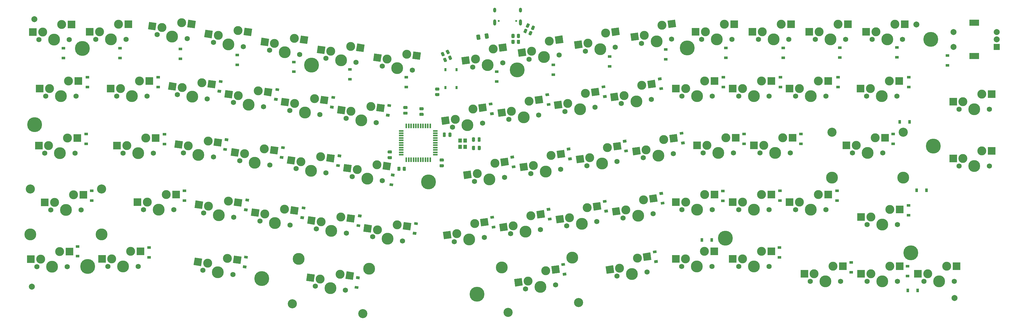
<source format=gbs>
G04 #@! TF.GenerationSoftware,KiCad,Pcbnew,(5.1.9)-1*
G04 #@! TF.CreationDate,2021-06-30T09:07:23+01:00*
G04 #@! TF.ProjectId,Paul-PCB-KICAD,5061756c-2d50-4434-922d-4b494341442e,rev?*
G04 #@! TF.SameCoordinates,Original*
G04 #@! TF.FileFunction,Soldermask,Bot*
G04 #@! TF.FilePolarity,Negative*
%FSLAX46Y46*%
G04 Gerber Fmt 4.6, Leading zero omitted, Abs format (unit mm)*
G04 Created by KiCad (PCBNEW (5.1.9)-1) date 2021-06-30 09:07:23*
%MOMM*%
%LPD*%
G01*
G04 APERTURE LIST*
%ADD10C,2.000000*%
%ADD11R,0.750000X1.000000*%
%ADD12C,3.000000*%
%ADD13C,3.987800*%
%ADD14C,1.750000*%
%ADD15R,2.550000X2.500000*%
%ADD16C,0.100000*%
%ADD17C,3.048000*%
%ADD18C,5.000000*%
%ADD19R,3.200000X2.000000*%
%ADD20R,2.000000X2.000000*%
%ADD21O,1.000000X1.600000*%
%ADD22O,1.000000X2.100000*%
%ADD23C,0.650000*%
%ADD24R,1.200000X1.400000*%
%ADD25R,0.900000X1.200000*%
%ADD26R,1.200000X0.900000*%
%ADD27R,0.550000X1.500000*%
%ADD28R,1.500000X0.550000*%
G04 APERTURE END LIST*
D10*
X296690000Y88250000D03*
X1090000Y90020000D03*
X240000Y290000D03*
X309470000Y-3590000D03*
D11*
X142570000Y67050000D03*
X142570000Y73050000D03*
X138820000Y67050000D03*
X138820000Y73050000D03*
D12*
X244710000Y69227500D03*
D13*
X242170000Y64147500D03*
D12*
X238360000Y66687500D03*
D14*
X237090000Y64147500D03*
X247250000Y64147500D03*
D15*
X235085000Y66687500D03*
X248012000Y69227500D03*
D16*
G36*
X71165587Y84677124D02*
G01*
X71513520Y87152794D01*
X74038703Y86797902D01*
X73690770Y84322232D01*
X71165587Y84677124D01*
G37*
G36*
X58010892Y83960933D02*
G01*
X58358825Y86436603D01*
X60884008Y86081711D01*
X60536075Y83606041D01*
X58010892Y83960933D01*
G37*
D14*
X71140562Y80813001D03*
X61079438Y82226999D03*
D12*
X62690578Y84565530D03*
D13*
X66110000Y81520000D03*
D12*
X69332280Y86197062D03*
X103801313Y23630114D03*
D13*
X100579033Y18953052D03*
D12*
X97159611Y21998582D03*
D14*
X95548471Y19660051D03*
X105609595Y18246053D03*
D16*
G36*
X92479925Y21393985D02*
G01*
X92827858Y23869655D01*
X95353041Y23514763D01*
X95005108Y21039093D01*
X92479925Y21393985D01*
G37*
G36*
X105634620Y22110176D02*
G01*
X105982553Y24585846D01*
X108507736Y24230954D01*
X108159803Y21755284D01*
X105634620Y22110176D01*
G37*
D12*
X289463750Y88297500D03*
D13*
X286923750Y83217500D03*
D12*
X283113750Y85757500D03*
D14*
X281843750Y83217500D03*
X292003750Y83217500D03*
D15*
X279838750Y85757500D03*
X292765750Y88297500D03*
D12*
X125912280Y78247062D03*
D13*
X122690000Y73570000D03*
D12*
X119270578Y76615530D03*
D14*
X117659438Y74276999D03*
X127720562Y72863001D03*
D16*
G36*
X114590892Y76010933D02*
G01*
X114938825Y78486603D01*
X117464008Y78131711D01*
X117116075Y75656041D01*
X114590892Y76010933D01*
G37*
G36*
X127745587Y76727124D02*
G01*
X128093520Y79202794D01*
X130618703Y78847902D01*
X130270770Y76372232D01*
X127745587Y76727124D01*
G37*
D12*
X306790000Y7140000D03*
D13*
X304250000Y2060000D03*
D12*
X300440000Y4600000D03*
D14*
X299170000Y2060000D03*
X309330000Y2060000D03*
D15*
X297165000Y4600000D03*
X310092000Y7140000D03*
D12*
X287760000Y7130000D03*
D13*
X285220000Y2050000D03*
D12*
X281410000Y4590000D03*
D14*
X280140000Y2050000D03*
X290300000Y2050000D03*
D15*
X278135000Y4590000D03*
X291062000Y7130000D03*
D12*
X268730000Y7140000D03*
D13*
X266190000Y2060000D03*
D12*
X262380000Y4600000D03*
D14*
X261110000Y2060000D03*
X271270000Y2060000D03*
D15*
X259105000Y4600000D03*
X272032000Y7140000D03*
D12*
X244720000Y12090000D03*
D13*
X242180000Y7010000D03*
D12*
X238370000Y9550000D03*
D14*
X237100000Y7010000D03*
X247260000Y7010000D03*
D15*
X235095000Y9550000D03*
X248022000Y12090000D03*
D12*
X225650000Y12090000D03*
D13*
X223110000Y7010000D03*
D12*
X219300000Y9550000D03*
D14*
X218030000Y7010000D03*
X228190000Y7010000D03*
D15*
X216025000Y9550000D03*
X228952000Y12090000D03*
D12*
X203143558Y9862189D03*
D13*
X201335276Y4478128D03*
D12*
X197208855Y6463159D03*
D14*
X196304714Y3771129D03*
X206365838Y5185127D03*
D16*
G36*
X192877102Y4592086D02*
G01*
X192529169Y7067756D01*
X195054352Y7422648D01*
X195402285Y4946978D01*
X192877102Y4592086D01*
G37*
G36*
X205324798Y8906458D02*
G01*
X204976865Y11382128D01*
X207502048Y11737020D01*
X207849981Y9261350D01*
X205324798Y8906458D01*
G37*
D12*
X148614642Y21435865D03*
D13*
X146806360Y16051804D03*
D12*
X142679939Y18036835D03*
D14*
X141775798Y15344805D03*
X151836922Y16758803D03*
D16*
G36*
X138348186Y16165762D02*
G01*
X138000253Y18641432D01*
X140525436Y18996324D01*
X140873369Y16520654D01*
X138348186Y16165762D01*
G37*
G36*
X150795882Y20480134D02*
G01*
X150447949Y22955804D01*
X152973132Y23310696D01*
X153321065Y20835026D01*
X150795882Y20480134D01*
G37*
D12*
X318620000Y45820000D03*
D13*
X316080000Y40740000D03*
D12*
X312270000Y43280000D03*
D14*
X311000000Y40740000D03*
X321160000Y40740000D03*
D15*
X308995000Y43280000D03*
X321922000Y45820000D03*
D12*
X287760000Y26180000D03*
D13*
X285220000Y21100000D03*
D12*
X281410000Y23640000D03*
D14*
X280140000Y21100000D03*
X290300000Y21100000D03*
D15*
X278135000Y23640000D03*
X291062000Y26180000D03*
D12*
X263760000Y31127500D03*
D13*
X261220000Y26047500D03*
D12*
X257410000Y28587500D03*
D14*
X256140000Y26047500D03*
X266300000Y26047500D03*
D15*
X254135000Y28587500D03*
X267062000Y31127500D03*
D12*
X244710000Y31127500D03*
D13*
X242170000Y26047500D03*
D12*
X238360000Y28587500D03*
D14*
X237090000Y26047500D03*
X247250000Y26047500D03*
D15*
X235085000Y28587500D03*
X248012000Y31127500D03*
D12*
X225660000Y31127500D03*
D13*
X223120000Y26047500D03*
D12*
X219310000Y28587500D03*
D14*
X218040000Y26047500D03*
X228200000Y26047500D03*
D15*
X216035000Y28587500D03*
X228962000Y31127500D03*
D12*
X205208462Y29389608D03*
D13*
X203400180Y24005547D03*
D12*
X199273759Y25990578D03*
D14*
X198369618Y23298548D03*
X208430742Y24712546D03*
D16*
G36*
X194942006Y24119505D02*
G01*
X194594073Y26595175D01*
X197119256Y26950067D01*
X197467189Y24474397D01*
X194942006Y24119505D01*
G37*
G36*
X207389702Y28433877D02*
G01*
X207041769Y30909547D01*
X209566952Y31264439D01*
X209914885Y28788769D01*
X207389702Y28433877D01*
G37*
D12*
X186343855Y26738360D03*
D13*
X184535573Y21354299D03*
D12*
X180409152Y23339330D03*
D14*
X179505011Y20647300D03*
X189566135Y22061298D03*
D16*
G36*
X176077399Y21468257D02*
G01*
X175729466Y23943927D01*
X178254649Y24298819D01*
X178602582Y21823149D01*
X176077399Y21468257D01*
G37*
G36*
X188525095Y25782629D02*
G01*
X188177162Y28258299D01*
X190702345Y28613191D01*
X191050278Y26137521D01*
X188525095Y25782629D01*
G37*
D12*
X167479249Y24087113D03*
D13*
X165670967Y18703052D03*
D12*
X161544546Y20688083D03*
D14*
X160640405Y17996053D03*
X170701529Y19410051D03*
D16*
G36*
X157212793Y18817010D02*
G01*
X156864860Y21292680D01*
X159390043Y21647572D01*
X159737976Y19171902D01*
X157212793Y18817010D01*
G37*
G36*
X169660489Y23131382D02*
G01*
X169312556Y25607052D01*
X171837739Y25961944D01*
X172185672Y23486274D01*
X169660489Y23131382D01*
G37*
D12*
X122665920Y20978866D03*
D13*
X119443640Y16301804D03*
D12*
X116024218Y19347334D03*
D14*
X114413078Y17008803D03*
X124474202Y15594805D03*
D16*
G36*
X111344532Y18742737D02*
G01*
X111692465Y21218407D01*
X114217648Y20863515D01*
X113869715Y18387845D01*
X111344532Y18742737D01*
G37*
G36*
X124499227Y19458928D02*
G01*
X124847160Y21934598D01*
X127372343Y21579706D01*
X127024410Y19104036D01*
X124499227Y19458928D01*
G37*
D12*
X84936707Y26281361D03*
D13*
X81714427Y21604299D03*
D12*
X78295005Y24649829D03*
D14*
X76683865Y22311298D03*
X86744989Y20897300D03*
D16*
G36*
X73615319Y24045232D02*
G01*
X73963252Y26520902D01*
X76488435Y26166010D01*
X76140502Y23690340D01*
X73615319Y24045232D01*
G37*
G36*
X86770014Y24761423D02*
G01*
X87117947Y27237093D01*
X89643130Y26882201D01*
X89295197Y24406531D01*
X86770014Y24761423D01*
G37*
D12*
X66072100Y28932609D03*
D13*
X62849820Y24255547D03*
D12*
X59430398Y27301077D03*
D14*
X57819258Y24962546D03*
X67880382Y23548548D03*
D16*
G36*
X54750712Y26696480D02*
G01*
X55098645Y29172150D01*
X57623828Y28817258D01*
X57275895Y26341588D01*
X54750712Y26696480D01*
G37*
G36*
X67905407Y27412671D02*
G01*
X68253340Y29888341D01*
X70778523Y29533449D01*
X70430590Y27057779D01*
X67905407Y27412671D01*
G37*
D12*
X45260000Y31120000D03*
D13*
X42720000Y26040000D03*
D12*
X38910000Y28580000D03*
D14*
X37640000Y26040000D03*
X47800000Y26040000D03*
D15*
X35635000Y28580000D03*
X48562000Y31120000D03*
D12*
X318620000Y64840000D03*
D13*
X316080000Y59760000D03*
D12*
X312270000Y62300000D03*
D14*
X311000000Y59760000D03*
X321160000Y59760000D03*
D15*
X308995000Y62300000D03*
X321922000Y64840000D03*
D12*
X251853750Y50177500D03*
D13*
X249313750Y45097500D03*
D12*
X245503750Y47637500D03*
D14*
X244233750Y45097500D03*
X254393750Y45097500D03*
D15*
X242228750Y47637500D03*
X255155750Y50177500D03*
D12*
X232803750Y50177500D03*
D13*
X230263750Y45097500D03*
D12*
X226453750Y47637500D03*
D14*
X225183750Y45097500D03*
X235343750Y45097500D03*
D15*
X223178750Y47637500D03*
X236105750Y50177500D03*
D12*
X211989518Y49579838D03*
D13*
X210181236Y44195777D03*
D12*
X206054815Y46180808D03*
D14*
X205150674Y43488778D03*
X215211798Y44902776D03*
D16*
G36*
X201723062Y44309735D02*
G01*
X201375129Y46785405D01*
X203900312Y47140297D01*
X204248245Y44664627D01*
X201723062Y44309735D01*
G37*
G36*
X214170758Y48624107D02*
G01*
X213822825Y51099777D01*
X216348008Y51454669D01*
X216695941Y48978999D01*
X214170758Y48624107D01*
G37*
D12*
X193124911Y46928591D03*
D13*
X191316629Y41544530D03*
D12*
X187190208Y43529561D03*
D14*
X186286067Y40837531D03*
X196347191Y42251529D03*
D16*
G36*
X182858455Y41658488D02*
G01*
X182510522Y44134158D01*
X185035705Y44489050D01*
X185383638Y42013380D01*
X182858455Y41658488D01*
G37*
G36*
X195306151Y45972860D02*
G01*
X194958218Y48448530D01*
X197483401Y48803422D01*
X197831334Y46327752D01*
X195306151Y45972860D01*
G37*
D12*
X174260304Y44277343D03*
D13*
X172452022Y38893282D03*
D12*
X168325601Y40878313D03*
D14*
X167421460Y38186283D03*
X177482584Y39600281D03*
D16*
G36*
X163993848Y39007240D02*
G01*
X163645915Y41482910D01*
X166171098Y41837802D01*
X166519031Y39362132D01*
X163993848Y39007240D01*
G37*
G36*
X176441544Y43321612D02*
G01*
X176093611Y45797282D01*
X178618794Y46152174D01*
X178966727Y43676504D01*
X176441544Y43321612D01*
G37*
D12*
X155395698Y41626096D03*
D13*
X153587416Y36242035D03*
D12*
X149460995Y38227066D03*
D14*
X148556854Y35535036D03*
X158617978Y36949034D03*
D16*
G36*
X145129242Y36355993D02*
G01*
X144781309Y38831663D01*
X147306492Y39186555D01*
X147654425Y36710885D01*
X145129242Y36355993D01*
G37*
G36*
X157576938Y40670365D02*
G01*
X157229005Y43146035D01*
X159754188Y43500927D01*
X160102121Y41025257D01*
X157576938Y40670365D01*
G37*
D12*
X115884864Y41169097D03*
D13*
X112662584Y36492035D03*
D12*
X109243162Y39537565D03*
D14*
X107632022Y37199034D03*
X117693146Y35785036D03*
D16*
G36*
X104563476Y38932968D02*
G01*
X104911409Y41408638D01*
X107436592Y41053746D01*
X107088659Y38578076D01*
X104563476Y38932968D01*
G37*
G36*
X117718171Y39649159D02*
G01*
X118066104Y42124829D01*
X120591287Y41769937D01*
X120243354Y39294267D01*
X117718171Y39649159D01*
G37*
D12*
X97020258Y43820344D03*
D13*
X93797978Y39143282D03*
D12*
X90378556Y42188812D03*
D14*
X88767416Y39850281D03*
X98828540Y38436283D03*
D16*
G36*
X85698870Y41584215D02*
G01*
X86046803Y44059885D01*
X88571986Y43704993D01*
X88224053Y41229323D01*
X85698870Y41584215D01*
G37*
G36*
X98853565Y42300406D02*
G01*
X99201498Y44776076D01*
X101726681Y44421184D01*
X101378748Y41945514D01*
X98853565Y42300406D01*
G37*
D12*
X78155651Y46471592D03*
D13*
X74933371Y41794530D03*
D12*
X71513949Y44840060D03*
D14*
X69902809Y42501529D03*
X79963933Y41087531D03*
D16*
G36*
X66834263Y44235463D02*
G01*
X67182196Y46711133D01*
X69707379Y46356241D01*
X69359446Y43880571D01*
X66834263Y44235463D01*
G37*
G36*
X79988958Y44951654D02*
G01*
X80336891Y47427324D01*
X82862074Y47072432D01*
X82514141Y44596762D01*
X79988958Y44951654D01*
G37*
D12*
X59291044Y49122839D03*
D13*
X56068764Y44445777D03*
D12*
X52649342Y47491307D03*
D14*
X51038202Y45152776D03*
X61099326Y43738778D03*
D16*
G36*
X47969656Y46886710D02*
G01*
X48317589Y49362380D01*
X50842772Y49007488D01*
X50494839Y46531818D01*
X47969656Y46886710D01*
G37*
G36*
X61124351Y47602901D02*
G01*
X61472284Y50078571D01*
X63997467Y49723679D01*
X63649534Y47248009D01*
X61124351Y47602901D01*
G37*
D12*
X38430000Y50140000D03*
D13*
X35890000Y45060000D03*
D12*
X32080000Y47600000D03*
D14*
X30810000Y45060000D03*
X40970000Y45060000D03*
D15*
X28805000Y47600000D03*
X41732000Y50140000D03*
D12*
X263760000Y69227500D03*
D13*
X261220000Y64147500D03*
D12*
X257410000Y66687500D03*
D14*
X256140000Y64147500D03*
X266300000Y64147500D03*
D15*
X254135000Y66687500D03*
X267062000Y69227500D03*
D12*
X225660000Y69227500D03*
D13*
X223120000Y64147500D03*
D12*
X219310000Y66687500D03*
D14*
X218040000Y64147500D03*
X228200000Y64147500D03*
D15*
X216035000Y66687500D03*
X228962000Y69227500D03*
D12*
X204622119Y67781633D03*
D13*
X202813837Y62397572D03*
D12*
X198687416Y64382603D03*
D14*
X197783275Y61690573D03*
X207844399Y63104571D03*
D16*
G36*
X194355663Y62511530D02*
G01*
X194007730Y64987200D01*
X196532913Y65342092D01*
X196880846Y62866422D01*
X194355663Y62511530D01*
G37*
G36*
X206803359Y66825902D02*
G01*
X206455426Y69301572D01*
X208980609Y69656464D01*
X209328542Y67180794D01*
X206803359Y66825902D01*
G37*
D12*
X185757512Y65130386D03*
D13*
X183949230Y59746325D03*
D12*
X179822809Y61731356D03*
D14*
X178918668Y59039326D03*
X188979792Y60453324D03*
D16*
G36*
X175491056Y59860283D02*
G01*
X175143123Y62335953D01*
X177668306Y62690845D01*
X178016239Y60215175D01*
X175491056Y59860283D01*
G37*
G36*
X187938752Y64174655D02*
G01*
X187590819Y66650325D01*
X190116002Y67005217D01*
X190463935Y64529547D01*
X187938752Y64174655D01*
G37*
D12*
X166892905Y62479138D03*
D13*
X165084623Y57095077D03*
D12*
X160958202Y59080108D03*
D14*
X160054061Y56388078D03*
X170115185Y57802076D03*
D16*
G36*
X156626449Y57209035D02*
G01*
X156278516Y59684705D01*
X158803699Y60039597D01*
X159151632Y57563927D01*
X156626449Y57209035D01*
G37*
G36*
X169074145Y61523407D02*
G01*
X168726212Y63999077D01*
X171251395Y64353969D01*
X171599328Y61878299D01*
X169074145Y61523407D01*
G37*
D12*
X148028299Y59827890D03*
D13*
X146220017Y54443829D03*
D12*
X142093596Y56428860D03*
D14*
X141189455Y53736830D03*
X151250579Y55150828D03*
D16*
G36*
X137761843Y54557787D02*
G01*
X137413910Y57033457D01*
X139939093Y57388349D01*
X140287026Y54912679D01*
X137761843Y54557787D01*
G37*
G36*
X150209539Y58872159D02*
G01*
X149861606Y61347829D01*
X152386789Y61702721D01*
X152734722Y59227051D01*
X150209539Y58872159D01*
G37*
D12*
X113819960Y60696515D03*
D13*
X110597680Y56019453D03*
D12*
X107178258Y59064983D03*
D14*
X105567118Y56726452D03*
X115628242Y55312454D03*
D16*
G36*
X102498572Y58460386D02*
G01*
X102846505Y60936056D01*
X105371688Y60581164D01*
X105023755Y58105494D01*
X102498572Y58460386D01*
G37*
G36*
X115653267Y59176577D02*
G01*
X116001200Y61652247D01*
X118526383Y61297355D01*
X118178450Y58821685D01*
X115653267Y59176577D01*
G37*
D12*
X94955353Y63347763D03*
D13*
X91733073Y58670701D03*
D12*
X88313651Y61716231D03*
D14*
X86702511Y59377700D03*
X96763635Y57963702D03*
D16*
G36*
X83633965Y61111634D02*
G01*
X83981898Y63587304D01*
X86507081Y63232412D01*
X86159148Y60756742D01*
X83633965Y61111634D01*
G37*
G36*
X96788660Y61827825D02*
G01*
X97136593Y64303495D01*
X99661776Y63948603D01*
X99313843Y61472933D01*
X96788660Y61827825D01*
G37*
D12*
X76090747Y65999010D03*
D13*
X72868467Y61321948D03*
D12*
X69449045Y64367478D03*
D14*
X67837905Y62028947D03*
X77899029Y60614949D03*
D16*
G36*
X64769359Y63762881D02*
G01*
X65117292Y66238551D01*
X67642475Y65883659D01*
X67294542Y63407989D01*
X64769359Y63762881D01*
G37*
G36*
X77924054Y64479072D02*
G01*
X78271987Y66954742D01*
X80797170Y66599850D01*
X80449237Y64124180D01*
X77924054Y64479072D01*
G37*
D12*
X57226140Y68650258D03*
D13*
X54003860Y63973196D03*
D12*
X50584438Y67018726D03*
D14*
X48973298Y64680195D03*
X59034422Y63266197D03*
D16*
G36*
X45904752Y66414129D02*
G01*
X46252685Y68889799D01*
X48777868Y68534907D01*
X48429935Y66059237D01*
X45904752Y66414129D01*
G37*
G36*
X59059447Y67130320D02*
G01*
X59407380Y69605990D01*
X61932563Y69251098D01*
X61584630Y66775428D01*
X59059447Y67130320D01*
G37*
D12*
X36310000Y69220000D03*
D13*
X33770000Y64140000D03*
D12*
X29960000Y66680000D03*
D14*
X28690000Y64140000D03*
X38850000Y64140000D03*
D15*
X26685000Y66680000D03*
X39612000Y69220000D03*
D12*
X270413750Y88297500D03*
D13*
X267873750Y83217500D03*
D12*
X264063750Y85757500D03*
D14*
X262793750Y83217500D03*
X272953750Y83217500D03*
D15*
X260788750Y85757500D03*
X273715750Y88297500D03*
D12*
X251363750Y88297500D03*
D13*
X248823750Y83217500D03*
D12*
X245013750Y85757500D03*
D14*
X243743750Y83217500D03*
X253903750Y83217500D03*
D15*
X241738750Y85757500D03*
X254665750Y88297500D03*
D12*
X232313750Y88297500D03*
D13*
X229773750Y83217500D03*
D12*
X225963750Y85757500D03*
D14*
X224693750Y83217500D03*
X234853750Y83217500D03*
D15*
X222688750Y85757500D03*
X235615750Y88297500D03*
D12*
X211403174Y87971864D03*
D13*
X209594892Y82587803D03*
D12*
X205468471Y84572834D03*
D14*
X204564330Y81880804D03*
X214625454Y83294802D03*
D16*
G36*
X201136718Y82701761D02*
G01*
X200788785Y85177431D01*
X203313968Y85532323D01*
X203661901Y83056653D01*
X201136718Y82701761D01*
G37*
G36*
X213584414Y87016133D02*
G01*
X213236481Y89491803D01*
X215761664Y89846695D01*
X216109597Y87371025D01*
X213584414Y87016133D01*
G37*
D12*
X192538568Y85320616D03*
D13*
X190730286Y79936555D03*
D12*
X186603865Y81921586D03*
D14*
X185699724Y79229556D03*
X195760848Y80643554D03*
D16*
G36*
X182272112Y80050513D02*
G01*
X181924179Y82526183D01*
X184449362Y82881075D01*
X184797295Y80405405D01*
X182272112Y80050513D01*
G37*
G36*
X194719808Y84364885D02*
G01*
X194371875Y86840555D01*
X196897058Y87195447D01*
X197244991Y84719777D01*
X194719808Y84364885D01*
G37*
D12*
X173673961Y82669368D03*
D13*
X171865679Y77285307D03*
D12*
X167739258Y79270338D03*
D14*
X166835117Y76578308D03*
X176896241Y77992306D03*
D16*
G36*
X163407505Y77399265D02*
G01*
X163059572Y79874935D01*
X165584755Y80229827D01*
X165932688Y77754157D01*
X163407505Y77399265D01*
G37*
G36*
X175855201Y81713637D02*
G01*
X175507268Y84189307D01*
X178032451Y84544199D01*
X178380384Y82068529D01*
X175855201Y81713637D01*
G37*
D12*
X154809354Y80018121D03*
D13*
X153001072Y74634060D03*
D12*
X148874651Y76619091D03*
D14*
X147970510Y73927061D03*
X158031634Y75341059D03*
D16*
G36*
X144542898Y74748018D02*
G01*
X144194965Y77223688D01*
X146720148Y77578580D01*
X147068081Y75102910D01*
X144542898Y74748018D01*
G37*
G36*
X156990594Y79062390D02*
G01*
X156642661Y81538060D01*
X159167844Y81892952D01*
X159515777Y79417282D01*
X156990594Y79062390D01*
G37*
D12*
X107062280Y80887062D03*
D13*
X103840000Y76210000D03*
D12*
X100420578Y79255530D03*
D14*
X98809438Y76916999D03*
X108870562Y75503001D03*
D16*
G36*
X95740892Y78650933D02*
G01*
X96088825Y81126603D01*
X98614008Y80771711D01*
X98266075Y78296041D01*
X95740892Y78650933D01*
G37*
G36*
X108895587Y79367124D02*
G01*
X109243520Y81842794D01*
X111768703Y81487902D01*
X111420770Y79012232D01*
X108895587Y79367124D01*
G37*
D12*
X88182280Y83547062D03*
D13*
X84960000Y78870000D03*
D12*
X81540578Y81915530D03*
D14*
X79929438Y79576999D03*
X89990562Y78163001D03*
D16*
G36*
X76860892Y81310933D02*
G01*
X77208825Y83786603D01*
X79734008Y83431711D01*
X79386075Y80956041D01*
X76860892Y81310933D01*
G37*
G36*
X90015587Y82027124D02*
G01*
X90363520Y84502794D01*
X92888703Y84147902D01*
X92540770Y81672232D01*
X90015587Y82027124D01*
G37*
D12*
X50462280Y88837062D03*
D13*
X47240000Y84160000D03*
D12*
X43820578Y87205530D03*
D14*
X42209438Y84866999D03*
X52270562Y83453001D03*
D16*
G36*
X39140892Y86600933D02*
G01*
X39488825Y89076603D01*
X42014008Y88721711D01*
X41666075Y86246041D01*
X39140892Y86600933D01*
G37*
G36*
X52295587Y87317124D02*
G01*
X52643520Y89792794D01*
X55168703Y89437902D01*
X54820770Y86962232D01*
X52295587Y87317124D01*
G37*
D12*
X29250000Y88290000D03*
D13*
X26710000Y83210000D03*
D12*
X22900000Y85750000D03*
D14*
X21630000Y83210000D03*
X31790000Y83210000D03*
D15*
X19625000Y85750000D03*
X32552000Y88290000D03*
D12*
X10210000Y88260000D03*
D13*
X7670000Y83180000D03*
D12*
X3860000Y85720000D03*
D14*
X2590000Y83180000D03*
X12750000Y83180000D03*
D15*
X585000Y85720000D03*
X13512000Y88260000D03*
D12*
X287572500Y69227500D03*
D13*
X285032500Y64147500D03*
D12*
X281222500Y66687500D03*
D14*
X279952500Y64147500D03*
X290112500Y64147500D03*
D15*
X277947500Y66687500D03*
X290874500Y69227500D03*
D12*
X12500000Y69220000D03*
D13*
X9960000Y64140000D03*
D12*
X6150000Y66680000D03*
D14*
X4880000Y64140000D03*
X15040000Y64140000D03*
D15*
X2875000Y66680000D03*
X15802000Y69220000D03*
D12*
X14210000Y31110000D03*
D13*
X11670000Y26030000D03*
D12*
X7860000Y28570000D03*
D14*
X6590000Y26030000D03*
X16750000Y26030000D03*
D15*
X4585000Y28570000D03*
X17512000Y31110000D03*
D17*
X23608000Y33015000D03*
X-268000Y33015000D03*
D13*
X23608000Y17775000D03*
X-268000Y17775000D03*
D12*
X282810000Y50177500D03*
D13*
X280270000Y45097500D03*
D12*
X276460000Y47637500D03*
D14*
X275190000Y45097500D03*
X285350000Y45097500D03*
D15*
X273185000Y47637500D03*
X286112000Y50177500D03*
D17*
X292208000Y52082500D03*
X268332000Y52082500D03*
D13*
X292208000Y36842500D03*
X268332000Y36842500D03*
D12*
X12200000Y50160000D03*
D13*
X9660000Y45080000D03*
D12*
X5850000Y47620000D03*
D14*
X4580000Y45080000D03*
X14740000Y45080000D03*
D15*
X2575000Y47620000D03*
X15502000Y50160000D03*
D12*
X65778928Y9736596D03*
D13*
X62556648Y5059534D03*
D12*
X59137226Y8105064D03*
D14*
X57526086Y5766533D03*
X67587210Y4352535D03*
D16*
G36*
X54457540Y7500467D02*
G01*
X54805473Y9976137D01*
X57330656Y9621245D01*
X56982723Y7145575D01*
X54457540Y7500467D01*
G37*
G36*
X67612235Y8216658D02*
G01*
X67960168Y10692328D01*
X70485351Y10337436D01*
X70137418Y7861766D01*
X67612235Y8216658D01*
G37*
D12*
X33360000Y12080000D03*
D13*
X30820000Y7000000D03*
D12*
X27010000Y9540000D03*
D14*
X25740000Y7000000D03*
X35900000Y7000000D03*
D15*
X23735000Y9540000D03*
X36662000Y12080000D03*
D12*
X9520000Y12060000D03*
D13*
X6980000Y6980000D03*
D12*
X3170000Y9520000D03*
D14*
X1900000Y6980000D03*
X12060000Y6980000D03*
D15*
X-105000Y9520000D03*
X12822000Y12060000D03*
D12*
X172488572Y5553912D03*
D13*
X170680290Y169851D03*
D12*
X166553869Y2154882D03*
D14*
X165649728Y-537148D03*
X175710852Y876850D03*
D16*
G36*
X162222116Y283809D02*
G01*
X161874183Y2759479D01*
X164399366Y3114371D01*
X164747299Y638701D01*
X162222116Y283809D01*
G37*
G36*
X174669812Y4598181D02*
G01*
X174321879Y7073851D01*
X176847062Y7428743D01*
X177194995Y4953073D01*
X174669812Y4598181D01*
G37*
D17*
X183474234Y-5085723D03*
X159830594Y-8408620D03*
D13*
X181353236Y10005962D03*
X157709596Y6683065D03*
D12*
X103508142Y4434101D03*
D13*
X100285862Y-242961D03*
D12*
X96866440Y2802569D03*
D14*
X95255300Y464038D03*
X105316424Y-949960D03*
D16*
G36*
X92186754Y2197972D02*
G01*
X92534687Y4673642D01*
X95059870Y4318750D01*
X94711937Y1843080D01*
X92186754Y2197972D01*
G37*
G36*
X105341449Y2914163D02*
G01*
X105689382Y5389833D01*
X108214565Y5034941D01*
X107866632Y2559271D01*
X105341449Y2914163D01*
G37*
D17*
X111135558Y-8821432D03*
X87491918Y-5498535D03*
D13*
X113256556Y6270253D03*
X89612916Y9593150D03*
D18*
X133136887Y35392650D03*
X77258161Y3003314D03*
X219885384Y80385180D03*
X18906250Y7000000D03*
X162859822Y72980677D03*
X294750250Y11573500D03*
X93981649Y74572360D03*
X149396946Y-2325869D03*
X302349875Y47386750D03*
X17192000Y80200000D03*
X232647250Y16524999D03*
X301512250Y83200000D03*
X1152800Y54625000D03*
D10*
X309080000Y85700000D03*
X309080000Y80700000D03*
D19*
X316080000Y88800000D03*
X316080000Y77600000D03*
D10*
X323580000Y85700000D03*
X323580000Y83200000D03*
D20*
X323580000Y80700000D03*
G36*
G01*
X161992500Y82850002D02*
X161992500Y81949998D01*
G75*
G02*
X161742502Y81700000I-249998J0D01*
G01*
X161217498Y81700000D01*
G75*
G02*
X160967500Y81949998I0J249998D01*
G01*
X160967500Y82850002D01*
G75*
G02*
X161217498Y83100000I249998J0D01*
G01*
X161742502Y83100000D01*
G75*
G02*
X161992500Y82850002I0J-249998D01*
G01*
G37*
G36*
G01*
X163817500Y82850002D02*
X163817500Y81949998D01*
G75*
G02*
X163567502Y81700000I-249998J0D01*
G01*
X163042498Y81700000D01*
G75*
G02*
X162792500Y81949998I0J249998D01*
G01*
X162792500Y82850002D01*
G75*
G02*
X163042498Y83100000I249998J0D01*
G01*
X163567502Y83100000D01*
G75*
G02*
X163817500Y82850002I0J-249998D01*
G01*
G37*
G36*
G01*
X163817500Y84840002D02*
X163817500Y83939998D01*
G75*
G02*
X163567502Y83690000I-249998J0D01*
G01*
X163042498Y83690000D01*
G75*
G02*
X162792500Y83939998I0J249998D01*
G01*
X162792500Y84840002D01*
G75*
G02*
X163042498Y85090000I249998J0D01*
G01*
X163567502Y85090000D01*
G75*
G02*
X163817500Y84840002I0J-249998D01*
G01*
G37*
G36*
G01*
X161992500Y84840002D02*
X161992500Y83939998D01*
G75*
G02*
X161742502Y83690000I-249998J0D01*
G01*
X161217498Y83690000D01*
G75*
G02*
X160967500Y83939998I0J249998D01*
G01*
X160967500Y84840002D01*
G75*
G02*
X161217498Y85090000I249998J0D01*
G01*
X161742502Y85090000D01*
G75*
G02*
X161992500Y84840002I0J-249998D01*
G01*
G37*
G36*
G01*
X166304431Y86248320D02*
X165945555Y85422963D01*
G75*
G02*
X165616606Y85293386I-229263J99686D01*
G01*
X165135146Y85502731D01*
G75*
G02*
X165005569Y85831680I99686J229263D01*
G01*
X165364445Y86657037D01*
G75*
G02*
X165693394Y86786614I229263J-99686D01*
G01*
X166174854Y86577269D01*
G75*
G02*
X166304431Y86248320I-99686J-229263D01*
G01*
G37*
G36*
G01*
X167978065Y85520602D02*
X167619189Y84695245D01*
G75*
G02*
X167290240Y84565668I-229263J99686D01*
G01*
X166808780Y84775013D01*
G75*
G02*
X166679203Y85103962I99686J229263D01*
G01*
X167038079Y85929319D01*
G75*
G02*
X167367028Y86058896I229263J-99686D01*
G01*
X167848488Y85849551D01*
G75*
G02*
X167978065Y85520602I-99686J-229263D01*
G01*
G37*
G36*
G01*
X167077936Y88101229D02*
X166699124Y87230022D01*
G75*
G02*
X166370172Y87100444I-229265J99687D01*
G01*
X165911642Y87299819D01*
G75*
G02*
X165782064Y87628771I99687J229265D01*
G01*
X166160876Y88499978D01*
G75*
G02*
X166489828Y88629556I229265J-99687D01*
G01*
X166948358Y88430181D01*
G75*
G02*
X167077936Y88101229I-99687J-229265D01*
G01*
G37*
G36*
G01*
X168820350Y87343605D02*
X168441538Y86472398D01*
G75*
G02*
X168112586Y86342820I-229265J99687D01*
G01*
X167654056Y86542195D01*
G75*
G02*
X167524478Y86871147I99687J229265D01*
G01*
X167903290Y87742354D01*
G75*
G02*
X168232242Y87871932I229265J-99687D01*
G01*
X168690772Y87672557D01*
G75*
G02*
X168820350Y87343605I-99687J-229265D01*
G01*
G37*
D21*
X155310000Y93080000D03*
X163950000Y93080000D03*
D22*
X155310000Y88900000D03*
X163950000Y88900000D03*
D23*
X162520000Y89430000D03*
X156740000Y89430000D03*
D24*
X143780000Y47120000D03*
X143780000Y49320000D03*
X145480000Y49320000D03*
X145480000Y47120000D03*
G36*
G01*
X124550000Y39349998D02*
X124550000Y40250002D01*
G75*
G02*
X124799998Y40500000I249998J0D01*
G01*
X125325002Y40500000D01*
G75*
G02*
X125575000Y40250002I0J-249998D01*
G01*
X125575000Y39349998D01*
G75*
G02*
X125325002Y39100000I-249998J0D01*
G01*
X124799998Y39100000D01*
G75*
G02*
X124550000Y39349998I0J249998D01*
G01*
G37*
G36*
G01*
X122725000Y39349998D02*
X122725000Y40250002D01*
G75*
G02*
X122974998Y40500000I249998J0D01*
G01*
X123500002Y40500000D01*
G75*
G02*
X123750000Y40250002I0J-249998D01*
G01*
X123750000Y39349998D01*
G75*
G02*
X123500002Y39100000I-249998J0D01*
G01*
X122974998Y39100000D01*
G75*
G02*
X122725000Y39349998I0J249998D01*
G01*
G37*
G36*
G01*
X136550002Y66037500D02*
X135649998Y66037500D01*
G75*
G02*
X135400000Y66287498I0J249998D01*
G01*
X135400000Y66812502D01*
G75*
G02*
X135649998Y67062500I249998J0D01*
G01*
X136550002Y67062500D01*
G75*
G02*
X136800000Y66812502I0J-249998D01*
G01*
X136800000Y66287498D01*
G75*
G02*
X136550002Y66037500I-249998J0D01*
G01*
G37*
G36*
G01*
X136550002Y64212500D02*
X135649998Y64212500D01*
G75*
G02*
X135400000Y64462498I0J249998D01*
G01*
X135400000Y64987502D01*
G75*
G02*
X135649998Y65237500I249998J0D01*
G01*
X136550002Y65237500D01*
G75*
G02*
X136800000Y64987502I0J-249998D01*
G01*
X136800000Y64462498D01*
G75*
G02*
X136550002Y64212500I-249998J0D01*
G01*
G37*
G36*
G01*
X140109445Y76432963D02*
X139750569Y77258320D01*
G75*
G02*
X139880146Y77587269I229263J99686D01*
G01*
X140361606Y77796614D01*
G75*
G02*
X140690555Y77667037I99686J-229263D01*
G01*
X141049431Y76841680D01*
G75*
G02*
X140919854Y76512731I-229263J-99686D01*
G01*
X140438394Y76303386D01*
G75*
G02*
X140109445Y76432963I-99686J229263D01*
G01*
G37*
G36*
G01*
X138435811Y75705245D02*
X138076935Y76530602D01*
G75*
G02*
X138206512Y76859551I229263J99686D01*
G01*
X138687972Y77068896D01*
G75*
G02*
X139016921Y76939319I99686J-229263D01*
G01*
X139375797Y76113962D01*
G75*
G02*
X139246220Y75785013I-229263J-99686D01*
G01*
X138764760Y75575668D01*
G75*
G02*
X138435811Y75705245I-99686J229263D01*
G01*
G37*
G36*
G01*
X139309445Y78382963D02*
X138950569Y79208320D01*
G75*
G02*
X139080146Y79537269I229263J99686D01*
G01*
X139561606Y79746614D01*
G75*
G02*
X139890555Y79617037I99686J-229263D01*
G01*
X140249431Y78791680D01*
G75*
G02*
X140119854Y78462731I-229263J-99686D01*
G01*
X139638394Y78253386D01*
G75*
G02*
X139309445Y78382963I-99686J229263D01*
G01*
G37*
G36*
G01*
X137635811Y77655245D02*
X137276935Y78480602D01*
G75*
G02*
X137406512Y78809551I229263J99686D01*
G01*
X137887972Y79018896D01*
G75*
G02*
X138216921Y78889319I99686J-229263D01*
G01*
X138575797Y78063962D01*
G75*
G02*
X138446220Y77735013I-229263J-99686D01*
G01*
X137964760Y77525668D01*
G75*
G02*
X137635811Y77655245I-99686J229263D01*
G01*
G37*
G36*
G01*
X152118066Y83644100D02*
X151944099Y84881935D01*
G75*
G02*
X152156873Y85164295I247567J34793D01*
G01*
X152899574Y85268674D01*
G75*
G02*
X153181934Y85055900I34793J-247567D01*
G01*
X153355901Y83818065D01*
G75*
G02*
X153143127Y83535705I-247567J-34793D01*
G01*
X152400426Y83431326D01*
G75*
G02*
X152118066Y83644100I-34793J247567D01*
G01*
G37*
G36*
G01*
X149345316Y83254416D02*
X149171349Y84492251D01*
G75*
G02*
X149384123Y84774611I247567J34793D01*
G01*
X150126824Y84878990D01*
G75*
G02*
X150409184Y84666216I34793J-247567D01*
G01*
X150583151Y83428381D01*
G75*
G02*
X150370377Y83146021I-247567J-34793D01*
G01*
X149627676Y83041642D01*
G75*
G02*
X149345316Y83254416I-34793J247567D01*
G01*
G37*
D25*
X297070000Y-1010000D03*
X293770000Y-1010000D03*
X300070000Y32590000D03*
X296770000Y32590000D03*
X294340000Y55540000D03*
X291040000Y55540000D03*
D26*
X307100000Y77800000D03*
X307100000Y74500000D03*
X290100000Y80500000D03*
X290100000Y77200000D03*
X294150000Y67200000D03*
X294150000Y70500000D03*
X271000000Y80400000D03*
X271000000Y77100000D03*
X293720000Y7130000D03*
X293720000Y3830000D03*
X294010000Y24200000D03*
X294010000Y27500000D03*
X288890000Y48140000D03*
X288890000Y51440000D03*
X270400000Y67200000D03*
X270400000Y70500000D03*
X252000000Y80350000D03*
X252000000Y77050000D03*
X274850000Y5090000D03*
X274850000Y8390000D03*
X270080000Y29110000D03*
X270080000Y32410000D03*
X257980000Y48150000D03*
X257980000Y51450000D03*
X251100000Y67200000D03*
X251100000Y70500000D03*
X232800000Y80350000D03*
X232800000Y77050000D03*
X250780000Y10050000D03*
X250780000Y13350000D03*
X250900000Y29100000D03*
X250900000Y32400000D03*
X238950000Y48175000D03*
X238950000Y51475000D03*
X232000000Y67200000D03*
X232000000Y70500000D03*
X212700000Y79850000D03*
X212700000Y76550000D03*
D25*
X228060000Y15890000D03*
X224760000Y15890000D03*
D26*
X231780000Y29080000D03*
X231780000Y32380000D03*
D16*
G36*
X217752483Y48844233D02*
G01*
X218940805Y49011240D01*
X219066061Y48119999D01*
X217877739Y47952992D01*
X217752483Y48844233D01*
G37*
G36*
X217293211Y52112117D02*
G01*
X218481533Y52279124D01*
X218606789Y51387883D01*
X217418467Y51220876D01*
X217293211Y52112117D01*
G37*
G36*
X210472847Y67078175D02*
G01*
X211661169Y67245182D01*
X211786425Y66353941D01*
X210598103Y66186934D01*
X210472847Y67078175D01*
G37*
G36*
X210013575Y70346059D02*
G01*
X211201897Y70513066D01*
X211327153Y69621825D01*
X210138831Y69454818D01*
X210013575Y70346059D01*
G37*
D26*
X193850000Y77450000D03*
X193850000Y74150000D03*
D16*
G36*
X208763211Y9052117D02*
G01*
X209951533Y9219124D01*
X210076789Y8327883D01*
X208888467Y8160876D01*
X208763211Y9052117D01*
G37*
G36*
X208303939Y12320001D02*
G01*
X209492261Y12487008D01*
X209617517Y11595767D01*
X208429195Y11428760D01*
X208303939Y12320001D01*
G37*
G36*
X210932483Y28634233D02*
G01*
X212120805Y28801240D01*
X212246061Y27909999D01*
X211057739Y27742992D01*
X210932483Y28634233D01*
G37*
G36*
X210473211Y31902117D02*
G01*
X211661533Y32069124D01*
X211786789Y31177883D01*
X210598467Y31010876D01*
X210473211Y31902117D01*
G37*
G36*
X198727483Y46169233D02*
G01*
X199915805Y46336240D01*
X200041061Y45444999D01*
X198852739Y45277992D01*
X198727483Y46169233D01*
G37*
G36*
X198268211Y49437117D02*
G01*
X199456533Y49604124D01*
X199581789Y48712883D01*
X198393467Y48545876D01*
X198268211Y49437117D01*
G37*
G36*
X191593211Y64412117D02*
G01*
X192781533Y64579124D01*
X192906789Y63687883D01*
X191718467Y63520876D01*
X191593211Y64412117D01*
G37*
G36*
X191133939Y67680001D02*
G01*
X192322261Y67847008D01*
X192447517Y66955767D01*
X191259195Y66788760D01*
X191133939Y67680001D01*
G37*
D26*
X174950000Y74700000D03*
X174950000Y71400000D03*
D16*
G36*
X192032847Y25978175D02*
G01*
X193221169Y26145182D01*
X193346425Y25253941D01*
X192158103Y25086934D01*
X192032847Y25978175D01*
G37*
G36*
X191573575Y29246059D02*
G01*
X192761897Y29413066D01*
X192887153Y28521825D01*
X191698831Y28354818D01*
X191573575Y29246059D01*
G37*
G36*
X179927483Y43519233D02*
G01*
X181115805Y43686240D01*
X181241061Y42794999D01*
X180052739Y42627992D01*
X179927483Y43519233D01*
G37*
G36*
X179468211Y46787117D02*
G01*
X180656533Y46954124D01*
X180781789Y46062883D01*
X179593467Y45895876D01*
X179468211Y46787117D01*
G37*
G36*
X172763575Y61762117D02*
G01*
X173951897Y61929124D01*
X174077153Y61037883D01*
X172888831Y60870876D01*
X172763575Y61762117D01*
G37*
G36*
X172304303Y65030001D02*
G01*
X173492625Y65197008D01*
X173617881Y64305767D01*
X172429559Y64138760D01*
X172304303Y65030001D01*
G37*
D26*
X156050000Y72350000D03*
X156050000Y69050000D03*
D16*
G36*
X178082483Y4794233D02*
G01*
X179270805Y4961240D01*
X179396061Y4069999D01*
X178207739Y3902992D01*
X178082483Y4794233D01*
G37*
G36*
X177623211Y8062117D02*
G01*
X178811533Y8229124D01*
X178936789Y7337883D01*
X177748467Y7170876D01*
X177623211Y8062117D01*
G37*
G36*
X173162847Y23308175D02*
G01*
X174351169Y23475182D01*
X174476425Y22583941D01*
X173288103Y22416934D01*
X173162847Y23308175D01*
G37*
G36*
X172703575Y26576059D02*
G01*
X173891897Y26743066D01*
X174017153Y25851825D01*
X172828831Y25684818D01*
X172703575Y26576059D01*
G37*
G36*
X161018211Y40837117D02*
G01*
X162206533Y41004124D01*
X162331789Y40112883D01*
X161143467Y39945876D01*
X161018211Y40837117D01*
G37*
G36*
X160558939Y44105001D02*
G01*
X161747261Y44272008D01*
X161872517Y43380767D01*
X160684195Y43213760D01*
X160558939Y44105001D01*
G37*
G36*
X153772847Y58653175D02*
G01*
X154961169Y58820182D01*
X155086425Y57928941D01*
X153898103Y57761934D01*
X153772847Y58653175D01*
G37*
G36*
X153313575Y61921059D02*
G01*
X154501897Y62088066D01*
X154627153Y61196825D01*
X153438831Y61029818D01*
X153313575Y61921059D01*
G37*
D26*
X125700000Y70550000D03*
X125700000Y67250000D03*
D16*
G36*
X155167153Y23161825D02*
G01*
X153978831Y22994818D01*
X153853575Y23886059D01*
X155041897Y24053066D01*
X155167153Y23161825D01*
G37*
G36*
X155626425Y19893941D02*
G01*
X154438103Y19726934D01*
X154312847Y20618175D01*
X155501169Y20785182D01*
X155626425Y19893941D01*
G37*
G36*
X127969195Y18701240D02*
G01*
X129157517Y18534233D01*
X129032261Y17642992D01*
X127843939Y17809999D01*
X127969195Y18701240D01*
G37*
G36*
X128428467Y21969124D02*
G01*
X129616789Y21802117D01*
X129491533Y20910876D01*
X128303211Y21077883D01*
X128428467Y21969124D01*
G37*
G36*
X121711169Y37204818D02*
G01*
X120522847Y37371825D01*
X120648103Y38263066D01*
X121836425Y38096059D01*
X121711169Y37204818D01*
G37*
G36*
X121251897Y33936934D02*
G01*
X120063575Y34103941D01*
X120188831Y34995182D01*
X121377153Y34828175D01*
X121251897Y33936934D01*
G37*
G36*
X119009195Y58311240D02*
G01*
X120197517Y58144233D01*
X120072261Y57252992D01*
X118883939Y57419999D01*
X119009195Y58311240D01*
G37*
G36*
X119468467Y61579124D02*
G01*
X120656789Y61412117D01*
X120531533Y60520876D01*
X119343211Y60687883D01*
X119468467Y61579124D01*
G37*
D26*
X106800000Y73150000D03*
X106800000Y69850000D03*
D16*
G36*
X108519195Y531240D02*
G01*
X109707517Y364233D01*
X109582261Y-527008D01*
X108393939Y-360001D01*
X108519195Y531240D01*
G37*
G36*
X108978467Y3799124D02*
G01*
X110166789Y3632117D01*
X110041533Y2740876D01*
X108853211Y2907883D01*
X108978467Y3799124D01*
G37*
G36*
X109149195Y21281240D02*
G01*
X110337517Y21114233D01*
X110212261Y20222992D01*
X109023939Y20389999D01*
X109149195Y21281240D01*
G37*
G36*
X109608467Y24549124D02*
G01*
X110796789Y24382117D01*
X110671533Y23490876D01*
X109483211Y23657883D01*
X109608467Y24549124D01*
G37*
G36*
X102334195Y41436240D02*
G01*
X103522517Y41269233D01*
X103397261Y40377992D01*
X102208939Y40544999D01*
X102334195Y41436240D01*
G37*
G36*
X102793467Y44704124D02*
G01*
X103981789Y44537117D01*
X103856533Y43645876D01*
X102668211Y43812883D01*
X102793467Y44704124D01*
G37*
G36*
X100718467Y64279124D02*
G01*
X101906789Y64112117D01*
X101781533Y63220876D01*
X100593211Y63387883D01*
X100718467Y64279124D01*
G37*
G36*
X100259195Y61011240D02*
G01*
X101447517Y60844233D01*
X101322261Y59952992D01*
X100133939Y60119999D01*
X100259195Y61011240D01*
G37*
D26*
X88000000Y75650000D03*
X88000000Y72350000D03*
D16*
G36*
X90289195Y23951240D02*
G01*
X91477517Y23784233D01*
X91352261Y22892992D01*
X90163939Y23059999D01*
X90289195Y23951240D01*
G37*
G36*
X90748467Y27219124D02*
G01*
X91936789Y27052117D01*
X91811533Y26160876D01*
X90623211Y26327883D01*
X90748467Y27219124D01*
G37*
G36*
X83393467Y44154124D02*
G01*
X84581789Y43987117D01*
X84456533Y43095876D01*
X83268211Y43262883D01*
X83393467Y44154124D01*
G37*
G36*
X83852739Y47422008D02*
G01*
X85041061Y47255001D01*
X84915805Y46363760D01*
X83727483Y46530767D01*
X83852739Y47422008D01*
G37*
G36*
X81488831Y63645182D02*
G01*
X82677153Y63478175D01*
X82551897Y62586934D01*
X81363575Y62753941D01*
X81488831Y63645182D01*
G37*
G36*
X81948103Y66913066D02*
G01*
X83136425Y66746059D01*
X83011169Y65854818D01*
X81822847Y66021825D01*
X81948103Y66913066D01*
G37*
D26*
X69050000Y77950000D03*
X69050000Y74650000D03*
D16*
G36*
X71018467Y7419124D02*
G01*
X72206789Y7252117D01*
X72081533Y6360876D01*
X70893211Y6527883D01*
X71018467Y7419124D01*
G37*
G36*
X71477739Y10687008D02*
G01*
X72666061Y10520001D01*
X72540805Y9628760D01*
X71352483Y9795767D01*
X71477739Y10687008D01*
G37*
G36*
X71428467Y26579124D02*
G01*
X72616789Y26412117D01*
X72491533Y25520876D01*
X71303211Y25687883D01*
X71428467Y26579124D01*
G37*
G36*
X71887739Y29847008D02*
G01*
X73076061Y29680001D01*
X72950805Y28788760D01*
X71762483Y28955767D01*
X71887739Y29847008D01*
G37*
G36*
X64468467Y46829124D02*
G01*
X65656789Y46662117D01*
X65531533Y45770876D01*
X64343211Y45937883D01*
X64468467Y46829124D01*
G37*
G36*
X64927739Y50097008D02*
G01*
X66116061Y49930001D01*
X65990805Y49038760D01*
X64802483Y49205767D01*
X64927739Y50097008D01*
G37*
G36*
X62538831Y66345182D02*
G01*
X63727153Y66178175D01*
X63601897Y65286934D01*
X62413575Y65453941D01*
X62538831Y66345182D01*
G37*
G36*
X62998103Y69613066D02*
G01*
X64186425Y69446059D01*
X64061169Y68554818D01*
X62872847Y68721825D01*
X62998103Y69613066D01*
G37*
D26*
X50000000Y80050000D03*
X50000000Y76750000D03*
X39500000Y10100000D03*
X39500000Y13400000D03*
X51390000Y29100000D03*
X51390000Y32400000D03*
X44650000Y48125000D03*
X44650000Y51425000D03*
X42600000Y67200000D03*
X42600000Y70500000D03*
X29800000Y80250000D03*
X29800000Y76950000D03*
X15520000Y10460000D03*
X15520000Y13760000D03*
X20280000Y29090000D03*
X20280000Y32390000D03*
X18425000Y48150000D03*
X18425000Y51450000D03*
X18850000Y67200000D03*
X18850000Y70500000D03*
X10800000Y80250000D03*
X10800000Y76950000D03*
G36*
G01*
X125895000Y59860000D02*
X124945000Y59860000D01*
G75*
G02*
X124695000Y60110000I0J250000D01*
G01*
X124695000Y60610000D01*
G75*
G02*
X124945000Y60860000I250000J0D01*
G01*
X125895000Y60860000D01*
G75*
G02*
X126145000Y60610000I0J-250000D01*
G01*
X126145000Y60110000D01*
G75*
G02*
X125895000Y59860000I-250000J0D01*
G01*
G37*
G36*
G01*
X125895000Y57960000D02*
X124945000Y57960000D01*
G75*
G02*
X124695000Y58210000I0J250000D01*
G01*
X124695000Y58710000D01*
G75*
G02*
X124945000Y58960000I250000J0D01*
G01*
X125895000Y58960000D01*
G75*
G02*
X126145000Y58710000I0J-250000D01*
G01*
X126145000Y58210000D01*
G75*
G02*
X125895000Y57960000I-250000J0D01*
G01*
G37*
G36*
G01*
X130325000Y58550000D02*
X131275000Y58550000D01*
G75*
G02*
X131525000Y58300000I0J-250000D01*
G01*
X131525000Y57800000D01*
G75*
G02*
X131275000Y57550000I-250000J0D01*
G01*
X130325000Y57550000D01*
G75*
G02*
X130075000Y57800000I0J250000D01*
G01*
X130075000Y58300000D01*
G75*
G02*
X130325000Y58550000I250000J0D01*
G01*
G37*
G36*
G01*
X130325000Y60450000D02*
X131275000Y60450000D01*
G75*
G02*
X131525000Y60200000I0J-250000D01*
G01*
X131525000Y59700000D01*
G75*
G02*
X131275000Y59450000I-250000J0D01*
G01*
X130325000Y59450000D01*
G75*
G02*
X130075000Y59700000I0J250000D01*
G01*
X130075000Y60200000D01*
G75*
G02*
X130325000Y60450000I250000J0D01*
G01*
G37*
G36*
G01*
X138055000Y42230000D02*
X137105000Y42230000D01*
G75*
G02*
X136855000Y42480000I0J250000D01*
G01*
X136855000Y42980000D01*
G75*
G02*
X137105000Y43230000I250000J0D01*
G01*
X138055000Y43230000D01*
G75*
G02*
X138305000Y42980000I0J-250000D01*
G01*
X138305000Y42480000D01*
G75*
G02*
X138055000Y42230000I-250000J0D01*
G01*
G37*
G36*
G01*
X138055000Y40330000D02*
X137105000Y40330000D01*
G75*
G02*
X136855000Y40580000I0J250000D01*
G01*
X136855000Y41080000D01*
G75*
G02*
X137105000Y41330000I250000J0D01*
G01*
X138055000Y41330000D01*
G75*
G02*
X138305000Y41080000I0J-250000D01*
G01*
X138305000Y40580000D01*
G75*
G02*
X138055000Y40330000I-250000J0D01*
G01*
G37*
G36*
G01*
X139850000Y50755000D02*
X139850000Y51705000D01*
G75*
G02*
X140100000Y51955000I250000J0D01*
G01*
X140600000Y51955000D01*
G75*
G02*
X140850000Y51705000I0J-250000D01*
G01*
X140850000Y50755000D01*
G75*
G02*
X140600000Y50505000I-250000J0D01*
G01*
X140100000Y50505000D01*
G75*
G02*
X139850000Y50755000I0J250000D01*
G01*
G37*
G36*
G01*
X137950000Y50755000D02*
X137950000Y51705000D01*
G75*
G02*
X138200000Y51955000I250000J0D01*
G01*
X138700000Y51955000D01*
G75*
G02*
X138950000Y51705000I0J-250000D01*
G01*
X138950000Y50755000D01*
G75*
G02*
X138700000Y50505000I-250000J0D01*
G01*
X138200000Y50505000D01*
G75*
G02*
X137950000Y50755000I0J250000D01*
G01*
G37*
G36*
G01*
X147730000Y49145000D02*
X147730000Y50095000D01*
G75*
G02*
X147980000Y50345000I250000J0D01*
G01*
X148480000Y50345000D01*
G75*
G02*
X148730000Y50095000I0J-250000D01*
G01*
X148730000Y49145000D01*
G75*
G02*
X148480000Y48895000I-250000J0D01*
G01*
X147980000Y48895000D01*
G75*
G02*
X147730000Y49145000I0J250000D01*
G01*
G37*
G36*
G01*
X149630000Y49145000D02*
X149630000Y50095000D01*
G75*
G02*
X149880000Y50345000I250000J0D01*
G01*
X150380000Y50345000D01*
G75*
G02*
X150630000Y50095000I0J-250000D01*
G01*
X150630000Y49145000D01*
G75*
G02*
X150380000Y48895000I-250000J0D01*
G01*
X149880000Y48895000D01*
G75*
G02*
X149630000Y49145000I0J250000D01*
G01*
G37*
G36*
G01*
X147755000Y46320000D02*
X147755000Y47270000D01*
G75*
G02*
X148005000Y47520000I250000J0D01*
G01*
X148505000Y47520000D01*
G75*
G02*
X148755000Y47270000I0J-250000D01*
G01*
X148755000Y46320000D01*
G75*
G02*
X148505000Y46070000I-250000J0D01*
G01*
X148005000Y46070000D01*
G75*
G02*
X147755000Y46320000I0J250000D01*
G01*
G37*
G36*
G01*
X149655000Y46320000D02*
X149655000Y47270000D01*
G75*
G02*
X149905000Y47520000I250000J0D01*
G01*
X150405000Y47520000D01*
G75*
G02*
X150655000Y47270000I0J-250000D01*
G01*
X150655000Y46320000D01*
G75*
G02*
X150405000Y46070000I-250000J0D01*
G01*
X149905000Y46070000D01*
G75*
G02*
X149655000Y46320000I0J250000D01*
G01*
G37*
G36*
G01*
X120675000Y44950000D02*
X119725000Y44950000D01*
G75*
G02*
X119475000Y45200000I0J250000D01*
G01*
X119475000Y45700000D01*
G75*
G02*
X119725000Y45950000I250000J0D01*
G01*
X120675000Y45950000D01*
G75*
G02*
X120925000Y45700000I0J-250000D01*
G01*
X120925000Y45200000D01*
G75*
G02*
X120675000Y44950000I-250000J0D01*
G01*
G37*
G36*
G01*
X120675000Y43050000D02*
X119725000Y43050000D01*
G75*
G02*
X119475000Y43300000I0J250000D01*
G01*
X119475000Y43800000D01*
G75*
G02*
X119725000Y44050000I250000J0D01*
G01*
X120675000Y44050000D01*
G75*
G02*
X120925000Y43800000I0J-250000D01*
G01*
X120925000Y43300000D01*
G75*
G02*
X120675000Y43050000I-250000J0D01*
G01*
G37*
D27*
X125730000Y54230000D03*
X126530000Y54230000D03*
X127330000Y54230000D03*
X128130000Y54230000D03*
X128930000Y54230000D03*
X129730000Y54230000D03*
X130530000Y54230000D03*
X131330000Y54230000D03*
X132130000Y54230000D03*
X132930000Y54230000D03*
X133730000Y54230000D03*
D28*
X135430000Y52530000D03*
X135430000Y51730000D03*
X135430000Y50930000D03*
X135430000Y50130000D03*
X135430000Y49330000D03*
X135430000Y48530000D03*
X135430000Y47730000D03*
X135430000Y46930000D03*
X135430000Y46130000D03*
X135430000Y45330000D03*
X135430000Y44530000D03*
D27*
X133730000Y42830000D03*
X132930000Y42830000D03*
X132130000Y42830000D03*
X131330000Y42830000D03*
X130530000Y42830000D03*
X129730000Y42830000D03*
X128930000Y42830000D03*
X128130000Y42830000D03*
X127330000Y42830000D03*
X126530000Y42830000D03*
X125730000Y42830000D03*
D28*
X124030000Y44530000D03*
X124030000Y45330000D03*
X124030000Y46130000D03*
X124030000Y46930000D03*
X124030000Y47730000D03*
X124030000Y48530000D03*
X124030000Y49330000D03*
X124030000Y50130000D03*
X124030000Y50930000D03*
X124030000Y51730000D03*
X124030000Y52530000D03*
M02*

</source>
